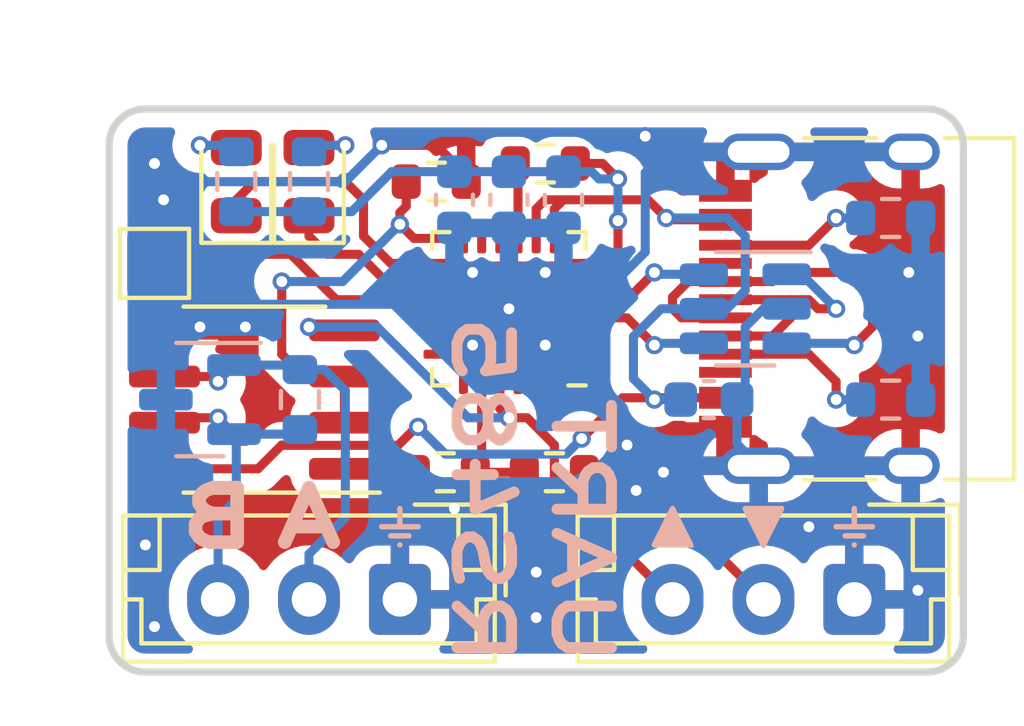
<source format=kicad_pcb>
(kicad_pcb (version 20211014) (generator pcbnew)
  (layers (0 "F.Cu" signal) (31 "B.Cu" signal) (34 "B.Paste" user) (35 "F.Paste" user) (36 "B.SilkS" user "B.Silkscreen") (37 "F.SilkS" user "F.Silkscreen") (38 "B.Mask" user) (39 "F.Mask" user) (44 "Edge.Cuts" user))
  (net 0 "")
  (net 1 "+5V")
  (net 2 "GND")
  (net 4 "+3V3")
  (net 5 "Net-(D1-Pad1)")
  (net 6 "Net-(D1-Pad2)")
  (net 9 "Net-(J6-PadA7)")
  (net 10 "Net-(J6-PadA6)")
  (net 11 "Net-(J6-PadB5)")
  (net 12 "Net-(J6-PadA5)")
  (net 13 "Net-(D2-Pad1)")
  (net 16 "Net-(D2-Pad2)")
  (net 18 "Net-(R1-Pad2)")
  (net 22 "Net-(R7-Pad1)")
  (net 26 "Net-(U1-Pad3)")
  (net 27 "Net-(U1-Pad4)")
  (net 28 "/A")
  (net 29 "/B")
  (net 30 "/TX")
  (net 31 "/RX")
  (net 32 "Net-(U2-Pad1)")
  (net 33 "Net-(TP1-Pad1)")
  (footprint "Package_DFN_QFN:QFN-24-1EP_4x4mm_P0.5mm_EP2.6x2.6mm" (layer "F.Cu") (at 151.5 86 180)
    (fp_text reference "U1" hide)
    (fp_text value "CP2104" hide)
    (fp_line (start -1.635 2.11) (end -2.11 2.11) (layer "F.SilkS") (width 0.12))
    (fp_line (start 2.11 -2.11) (end 2.11 -1.635) (layer "F.SilkS") (width 0.12))
    (fp_line (start -1.635 -2.11) (end -2.11 -2.11) (layer "F.SilkS") (width 0.12))
    (fp_line (start -2.11 2.11) (end -2.11 1.635) (layer "F.SilkS") (width 0.12))
    (fp_line (start 2.11 2.11) (end 2.11 1.635) (layer "F.SilkS") (width 0.12))
    (fp_line (start 1.635 2.11) (end 2.11 2.11) (layer "F.SilkS") (width 0.12))
    (fp_line (start 1.635 -2.11) (end 2.11 -2.11) (layer "F.SilkS") (width 0.12))
    (pad "1" smd roundrect (at -1.9375 -1.25 180) (size 0.825 0.25) (layers "F.Cu" "F.Paste" "F.Mask"))
    (pad "2" smd roundrect (at -1.9375 -0.75 180) (size 0.825 0.25) (layers "F.Cu" "F.Paste" "F.Mask") (net 2 "GND"))
    (pad "3" smd roundrect (at -1.9375 -0.25 180) (size 0.825 0.25) (layers "F.Cu" "F.Paste" "F.Mask") (net 26 "Net-(U1-Pad3)"))
    (pad "4" smd roundrect (at -1.9375 0.25 180) (size 0.825 0.25) (layers "F.Cu" "F.Paste" "F.Mask") (net 27 "Net-(U1-Pad4)"))
    (pad "5" smd roundrect (at -1.9375 0.75 180) (size 0.825 0.25) (layers "F.Cu" "F.Paste" "F.Mask") (net 4 "+3V3"))
    (pad "6" smd roundrect (at -1.9375 1.25 180) (size 0.825 0.25) (layers "F.Cu" "F.Paste" "F.Mask") (net 4 "+3V3"))
    (pad "7" smd roundrect (at -1.25 1.9375 180) (size 0.25 0.825) (layers "F.Cu" "F.Paste" "F.Mask") (net 1 "+5V"))
    (pad "8" smd roundrect (at -0.75 1.9375 180) (size 0.25 0.825) (layers "F.Cu" "F.Paste" "F.Mask") (net 1 "+5V"))
    (pad "9" smd roundrect (at -0.25 1.9375 180) (size 0.25 0.825) (layers "F.Cu" "F.Paste" "F.Mask") (net 18 "Net-(R1-Pad2)"))
    (pad "10" smd roundrect (at 0.25 1.9375 180) (size 0.25 0.825) (layers "F.Cu" "F.Paste" "F.Mask"))
    (pad "11" smd roundrect (at 0.75 1.9375 180) (size 0.25 0.825) (layers "F.Cu" "F.Paste" "F.Mask"))
    (pad "12" smd roundrect (at 1.25 1.9375 180) (size 0.25 0.825) (layers "F.Cu" "F.Paste" "F.Mask") (net 22 "Net-(R7-Pad1)"))
    (pad "13" smd roundrect (at 1.9375 1.25 180) (size 0.825 0.25) (layers "F.Cu" "F.Paste" "F.Mask") (net 13 "Net-(D2-Pad1)"))
    (pad "14" smd roundrect (at 1.9375 0.75 180) (size 0.825 0.25) (layers "F.Cu" "F.Paste" "F.Mask") (net 5 "Net-(D1-Pad1)"))
    (pad "15" smd roundrect (at 1.9375 0.25 180) (size 0.825 0.25) (layers "F.Cu" "F.Paste" "F.Mask"))
    (pad "16" smd roundrect (at 1.9375 -0.25 180) (size 0.825 0.25) (layers "F.Cu" "F.Paste" "F.Mask") (net 33 "Net-(TP1-Pad1)"))
    (pad "17" smd roundrect (at 1.9375 -0.75 180) (size 0.825 0.25) (layers "F.Cu" "F.Paste" "F.Mask"))
    (pad "18" smd roundrect (at 1.9375 -1.25 180) (size 0.825 0.25) (layers "F.Cu" "F.Paste" "F.Mask"))
    (pad "19" smd roundrect (at 1.25 -1.9375 180) (size 0.25 0.825) (layers "F.Cu" "F.Paste" "F.Mask"))
    (pad "20" smd roundrect (at 0.75 -1.9375 180) (size 0.25 0.825) (layers "F.Cu" "F.Paste" "F.Mask") (net 31 "/RX"))
    (pad "21" smd roundrect (at 0.25 -1.9375 180) (size 0.25 0.825) (layers "F.Cu" "F.Paste" "F.Mask") (net 30 "/TX"))
    (pad "22" smd roundrect (at -0.25 -1.9375 180) (size 0.25 0.825) (layers "F.Cu" "F.Paste" "F.Mask"))
    (pad "23" smd roundrect (at -0.75 -1.9375 180) (size 0.25 0.825) (layers "F.Cu" "F.Paste" "F.Mask"))
    (pad "24" smd roundrect (at -1.25 -1.9375 180) (size 0.25 0.825) (layers "F.Cu" "F.Paste" "F.Mask"))
    (pad "25" smd rect (at 0 0 180) (size 2.6 2.6) (layers "F.Cu" "F.Mask") (net 2 "GND"))
  )
  (footprint "Resistor_SMD:R_0603_1608Metric" (layer "F.Cu") (at 152.75 90.5 180)
    (fp_text reference "R8" hide)
    (fp_text value "R_Small" hide)
    (fp_line (start -0.237258 -0.5225) (end 0.237258 -0.5225) (layer "F.SilkS") (width 0.12))
    (fp_line (start -0.237258 0.5225) (end 0.237258 0.5225) (layer "F.SilkS") (width 0.12))
    (pad "1" smd roundrect (at -0.825 0 180) (size 0.8 0.95) (layers "F.Cu" "F.Paste" "F.Mask") (net 2 "GND"))
    (pad "2" smd roundrect (at 0.825 0 180) (size 0.8 0.95) (layers "F.Cu" "F.Paste" "F.Mask") (net 31 "/RX"))
  )
  (footprint "Resistor_SMD:R_0603_1608Metric" (layer "F.Cu") (at 152.5 82 180)
    (fp_text reference "R1" hide)
    (fp_text value "R_Small" hide)
    (fp_line (start -0.237258 -0.5225) (end 0.237258 -0.5225) (layer "F.SilkS") (width 0.12))
    (fp_line (start -0.237258 0.5225) (end 0.237258 0.5225) (layer "F.SilkS") (width 0.12))
    (pad "1" smd roundrect (at -0.825 0 180) (size 0.8 0.95) (layers "F.Cu" "F.Paste" "F.Mask") (net 4 "+3V3"))
    (pad "2" smd roundrect (at 0.825 0 180) (size 0.8 0.95) (layers "F.Cu" "F.Paste" "F.Mask") (net 18 "Net-(R1-Pad2)"))
  )
  (footprint "LED_SMD:LED_0805_2012Metric" (layer "F.Cu") (at 146 82.5 90)
    (fp_text reference "D1" hide)
    (fp_text value "LED" hide)
    (fp_line (start -1.685 0.96) (end 1 0.96) (layer "F.SilkS") (width 0.12))
    (fp_line (start -1.685 -0.96) (end -1.685 0.96) (layer "F.SilkS") (width 0.12))
    (fp_line (start 1 -0.96) (end -1.685 -0.96) (layer "F.SilkS") (width 0.12))
    (pad "1" smd roundrect (at -0.9375 0 90) (size 0.975 1.4) (layers "F.Cu" "F.Paste" "F.Mask") (net 5 "Net-(D1-Pad1)"))
    (pad "2" smd roundrect (at 0.9375 0 90) (size 0.975 1.4) (layers "F.Cu" "F.Paste" "F.Mask") (net 6 "Net-(D1-Pad2)"))
  )
  (footprint "Connector_JST:JST_EH_B3B-EH-A_1x03_P2.50mm_Vertical" (layer "F.Cu") (at 161 94 180)
    (fp_text reference "J1" hide)
    (fp_text value "Conn_01x03" hide)
    (fp_line (start -2.11 0) (end -2.11 -1.21) (layer "F.SilkS") (width 0.12))
    (fp_line (start 7.61 2.31) (end 7.61 -1.71) (layer "F.SilkS") (width 0.12))
    (fp_line (start 6.61 0.81) (end 6.61 2.31) (layer "F.SilkS") (width 0.12))
    (fp_line (start -2.61 2.31) (end 7.61 2.31) (layer "F.SilkS") (width 0.12))
    (fp_line (start 7.11 0) (end 7.61 0) (layer "F.SilkS") (width 0.12))
    (fp_line (start 7.11 -1.21) (end 7.11 0) (layer "F.SilkS") (width 0.12))
    (fp_line (start -2.61 0.81) (end -1.61 0.81) (layer "F.SilkS") (width 0.12))
    (fp_line (start 7.61 0.81) (end 6.61 0.81) (layer "F.SilkS") (width 0.12))
    (fp_line (start -2.91 0.11) (end -2.91 2.61) (layer "F.SilkS") (width 0.12))
    (fp_line (start -1.61 0.81) (end -1.61 2.31) (layer "F.SilkS") (width 0.12))
    (fp_line (start 7.61 -1.71) (end -2.61 -1.71) (layer "F.SilkS") (width 0.12))
    (fp_line (start -2.91 2.61) (end -0.41 2.61) (layer "F.SilkS") (width 0.12))
    (fp_line (start -2.11 -1.21) (end 7.11 -1.21) (layer "F.SilkS") (width 0.12))
    (fp_line (start -2.61 -1.71) (end -2.61 2.31) (layer "F.SilkS") (width 0.12))
    (fp_line (start -2.61 0) (end -2.11 0) (layer "F.SilkS") (width 0.12))
    (pad "1" thru_hole roundrect (at 0 0 180) (size 1.7 1.95) (drill 0.95) (layers *.Cu *.Mask) (roundrect_rratio 0.1470588235) (net 2 "GND"))
    (pad "2" thru_hole oval (at 2.5 0 180) (size 1.7 1.95) (drill 0.95) (layers *.Cu *.Mask) (net 30 "/TX"))
    (pad "3" thru_hole oval (at 5 0 180) (size 1.7 1.95) (drill 0.95) (layers *.Cu *.Mask) (net 31 "/RX"))
  )
  (footprint "Connector_JST:JST_EH_B3B-EH-A_1x03_P2.50mm_Vertical" (layer "F.Cu") (at 148.5 94 180)
    (fp_text reference "J2" hide)
    (fp_text value "Conn_01x03" hide)
    (fp_line (start 7.61 -1.71) (end -2.61 -1.71) (layer "F.SilkS") (width 0.12))
    (fp_line (start -2.61 0.81) (end -1.61 0.81) (layer "F.SilkS") (width 0.12))
    (fp_line (start -2.61 -1.71) (end -2.61 2.31) (layer "F.SilkS") (width 0.12))
    (fp_line (start 7.61 2.31) (end 7.61 -1.71) (layer "F.SilkS") (width 0.12))
    (fp_line (start 7.11 0) (end 7.61 0) (layer "F.SilkS") (width 0.12))
    (fp_line (start 7.61 0.81) (end 6.61 0.81) (layer "F.SilkS") (width 0.12))
    (fp_line (start -2.11 -1.21) (end 7.11 -1.21) (layer "F.SilkS") (width 0.12))
    (fp_line (start -2.61 0) (end -2.11 0) (layer "F.SilkS") (width 0.12))
    (fp_line (start 6.61 0.81) (end 6.61 2.31) (layer "F.SilkS") (width 0.12))
    (fp_line (start -2.11 0) (end -2.11 -1.21) (layer "F.SilkS") (width 0.12))
    (fp_line (start -1.61 0.81) (end -1.61 2.31) (layer "F.SilkS") (width 0.12))
    (fp_line (start -2.91 2.61) (end -0.41 2.61) (layer "F.SilkS") (width 0.12))
    (fp_line (start -2.61 2.31) (end 7.61 2.31) (layer "F.SilkS") (width 0.12))
    (fp_line (start -2.91 0.11) (end -2.91 2.61) (layer "F.SilkS") (width 0.12))
    (fp_line (start 7.11 -1.21) (end 7.11 0) (layer "F.SilkS") (width 0.12))
    (pad "1" thru_hole roundrect (at 0 0 180) (size 1.7 1.95) (drill 0.95) (layers *.Cu *.Mask) (roundrect_rratio 0.1470588235) (net 2 "GND"))
    (pad "2" thru_hole oval (at 2.5 0 180) (size 1.7 1.95) (drill 0.95) (layers *.Cu *.Mask) (net 28 "/A"))
    (pad "3" thru_hole oval (at 5 0 180) (size 1.7 1.95) (drill 0.95) (layers *.Cu *.Mask) (net 29 "/B"))
  )
  (footprint "Resistor_SMD:R_0603_1608Metric" (layer "F.Cu") (at 149.75 90.5 180)
    (fp_text reference "R9" hide)
    (fp_text value "R_Small" hide)
    (fp_line (start -0.237258 -0.5225) (end 0.237258 -0.5225) (layer "F.SilkS") (width 0.12))
    (fp_line (start -0.237258 0.5225) (end 0.237258 0.5225) (layer "F.SilkS") (width 0.12))
    (pad "1" smd roundrect (at -0.825 0 180) (size 0.8 0.95) (layers "F.Cu" "F.Paste" "F.Mask") (net 31 "/RX"))
    (pad "2" smd roundrect (at 0.825 0 180) (size 0.8 0.95) (layers "F.Cu" "F.Paste" "F.Mask") (net 32 "Net-(U2-Pad1)"))
  )
  (footprint "LED_SMD:LED_0805_2012Metric" (layer "F.Cu") (at 144 82.5 90)
    (fp_text reference "D2" hide)
    (fp_text value "LED" hide)
    (fp_line (start 1 -0.96) (end -1.685 -0.96) (layer "F.SilkS") (width 0.12))
    (fp_line (start -1.685 0.96) (end 1 0.96) (layer "F.SilkS") (width 0.12))
    (fp_line (start -1.685 -0.96) (end -1.685 0.96) (layer "F.SilkS") (width 0.12))
    (pad "1" smd roundrect (at -0.9375 0 90) (size 0.975 1.4) (layers "F.Cu" "F.Paste" "F.Mask") (net 13 "Net-(D2-Pad1)"))
    (pad "2" smd roundrect (at 0.9375 0 90) (size 0.975 1.4) (layers "F.Cu" "F.Paste" "F.Mask") (net 16 "Net-(D2-Pad2)"))
  )
  (footprint "Resistor_SMD:R_0603_1608Metric" (layer "F.Cu") (at 149.5 82.5)
    (fp_text reference "R7" hide)
    (fp_text value "R_Small" hide)
    (fp_line (start -0.237258 -0.5225) (end 0.237258 -0.5225) (layer "F.SilkS") (width 0.12))
    (fp_line (start -0.237258 0.5225) (end 0.237258 0.5225) (layer "F.SilkS") (width 0.12))
    (pad "1" smd roundrect (at -0.825 0) (size 0.8 0.95) (layers "F.Cu" "F.Paste" "F.Mask") (net 22 "Net-(R7-Pad1)"))
    (pad "2" smd roundrect (at 0.825 0) (size 0.8 0.95) (layers "F.Cu" "F.Paste" "F.Mask") (net 2 "GND"))
  )
  (footprint "Package_SO:SOIC-8_3.9x4.9mm_P1.27mm" (layer "F.Cu") (at 144.5 88.5 180)
    (fp_text reference "U2" hide)
    (fp_text value "SP3485CN" hide)
    (fp_line (start 0 2.56) (end 1.95 2.56) (layer "F.SilkS") (width 0.12))
    (fp_line (start 0 2.56) (end -1.95 2.56) (layer "F.SilkS") (width 0.12))
    (fp_line (start 0 -2.56) (end -3.45 -2.56) (layer "F.SilkS") (width 0.12))
    (fp_line (start 0 -2.56) (end 1.95 -2.56) (layer "F.SilkS") (width 0.12))
    (pad "1" smd roundrect (at -2.475 -1.905 180) (size 1.95 0.6) (layers "F.Cu" "F.Paste" "F.Mask") (net 32 "Net-(U2-Pad1)"))
    (pad "2" smd roundrect (at -2.475 -0.635 180) (size 1.95 0.6) (layers "F.Cu" "F.Paste" "F.Mask") (net 22 "Net-(R7-Pad1)"))
    (pad "3" smd roundrect (at -2.475 0.635 180) (size 1.95 0.6) (layers "F.Cu" "F.Paste" "F.Mask") (net 22 "Net-(R7-Pad1)"))
    (pad "4" smd roundrect (at -2.475 1.905 180) (size 1.95 0.6) (layers "F.Cu" "F.Paste" "F.Mask") (net 30 "/TX"))
    (pad "5" smd roundrect (at 2.475 1.905 180) (size 1.95 0.6) (layers "F.Cu" "F.Paste" "F.Mask") (net 2 "GND"))
    (pad "6" smd roundrect (at 2.475 0.635 180) (size 1.95 0.6) (layers "F.Cu" "F.Paste" "F.Mask") (net 28 "/A"))
    (pad "7" smd roundrect (at 2.475 -0.635 180) (size 1.95 0.6) (layers "F.Cu" "F.Paste" "F.Mask") (net 29 "/B"))
    (pad "8" smd roundrect (at 2.475 -1.905 180) (size 1.95 0.6) (layers "F.Cu" "F.Paste" "F.Mask") (net 1 "+5V"))
  )
  (footprint "TestPoint:TestPoint_Pad_1.5x1.5mm" (layer "F.Cu") (at 141.75 84.75)
    (fp_text reference "TP1" hide)
    (fp_text value "TestPoint" hide)
    (fp_line (start 0.95 0.95) (end -0.95 0.95) (layer "F.SilkS") (width 0.12))
    (fp_line (start -0.95 -0.95) (end 0.95 -0.95) (layer "F.SilkS") (width 0.12))
    (fp_line (start 0.95 -0.95) (end 0.95 0.95) (layer "F.SilkS") (width 0.12))
    (fp_line (start -0.95 0.95) (end -0.95 -0.95) (layer "F.SilkS") (width 0.12))
    (pad "1" smd rect (at 0 0) (size 1.5 1.5) (layers "F.Cu" "F.Mask") (net 33 "Net-(TP1-Pad1)"))
  )
  (footprint "Connector_USB:USB_C_Receptacle_HRO_TYPE-C-31-M-12" (layer "F.Cu") (at 161.5 86 90)
    (fp_text reference "J6" hide)
    (fp_text value "USB_C_Receptacle" hide)
    (fp_line (start 4.7 -1.9) (end 4.7 0.1) (layer "F.SilkS") (width 0.12))
    (fp_line (start -4.7 2) (end -4.7 3.9) (layer "F.SilkS") (width 0.12))
    (fp_line (start 4.7 2) (end 4.7 3.9) (layer "F.SilkS") (width 0.12))
    (fp_line (start -4.7 -1.9) (end -4.7 0.1) (layer "F.SilkS") (width 0.12))
    (fp_line (start -4.7 3.9) (end 4.7 3.9) (layer "F.SilkS") (width 0.12))
    (pad "" np_thru_hole circle (at -2.89 -2.6 90) (size 0.65 0.65) (drill 0.65) (layers *.Cu *.Mask))
    (pad "" np_thru_hole circle (at 2.89 -2.6 90) (size 0.65 0.65) (drill 0.65) (layers *.Cu *.Mask))
    (pad "A1" smd rect (at -3.25 -4.045 90) (size 0.6 1.45) (layers "F.Cu" "F.Paste" "F.Mask") (net 2 "GND"))
    (pad "A4" smd rect (at -2.45 -4.045 90) (size 0.6 1.45) (layers "F.Cu" "F.Paste" "F.Mask") (net 1 "+5V"))
    (pad "A5" smd rect (at -1.25 -4.045 90) (size 0.3 1.45) (layers "F.Cu" "F.Paste" "F.Mask") (net 12 "Net-(J6-PadA5)"))
    (pad "A6" smd rect (at -0.25 -4.045 90) (size 0.3 1.45) (layers "F.Cu" "F.Paste" "F.Mask") (net 10 "Net-(J6-PadA6)"))
    (pad "A7" smd rect (at 0.25 -4.045 90) (size 0.3 1.45) (layers "F.Cu" "F.Paste" "F.Mask") (net 9 "Net-(J6-PadA7)"))
    (pad "A8" smd rect (at 1.25 -4.045 90) (size 0.3 1.45) (layers "F.Cu" "F.Paste" "F.Mask"))
    (pad "A9" smd rect (at 2.45 -4.045 90) (size 0.6 1.45) (layers "F.Cu" "F.Paste" "F.Mask") (net 1 "+5V"))
    (pad "A12" smd rect (at 3.25 -4.045 90) (size 0.6 1.45) (layers "F.Cu" "F.Paste" "F.Mask") (net 2 "GND"))
    (pad "B1" smd rect (at 3.25 -4.045 90) (size 0.6 1.45) (layers "F.Cu" "F.Paste" "F.Mask") (net 2 "GND"))
    (pad "B4" smd rect (at 2.45 -4.045 90) (size 0.6 1.45) (layers "F.Cu" "F.Paste" "F.Mask") (net 1 "+5V"))
    (pad "B5" smd rect (at 1.75 -4.045 90) (size 0.3 1.45) (layers "F.Cu" "F.Paste" "F.Mask") (net 11 "Net-(J6-PadB5)"))
    (pad "B6" smd rect (at 0.75 -4.045 90) (size 0.3 1.45) (layers "F.Cu" "F.Paste" "F.Mask") (net 10 "Net-(J6-PadA6)"))
    (pad "B7" smd rect (at -0.75 -4.045 90) (size 0.3 1.45) (layers "F.Cu" "F.Paste" "F.Mask") (net 9 "Net-(J6-PadA7)"))
    (pad "B8" smd rect (at -1.75 -4.045 90) (size 0.3 1.45) (layers "F.Cu" "F.Paste" "F.Mask"))
    (pad "B9" smd rect (at -2.45 -4.045 90) (size 0.6 1.45) (layers "F.Cu" "F.Paste" "F.Mask") (net 1 "+5V"))
    (pad "B12" smd rect (at -3.25 -4.045 90) (size 0.6 1.45) (layers "F.Cu" "F.Paste" "F.Mask") (net 2 "GND"))
    (pad "S1" thru_hole oval (at -4.32 1.05 90) (size 1 1.6) (drill oval 0.6 1.2) (layers *.Cu *.Mask) (net 2 "GND"))
    (pad "S1" thru_hole oval (at 4.32 -3.13 90) (size 1 2.1) (drill oval 0.6 1.7) (layers *.Cu *.Mask) (net 2 "GND"))
    (pad "S1" thru_hole oval (at -4.32 -3.13 90) (size 1 2.1) (drill oval 0.6 1.7) (layers *.Cu *.Mask) (net 2 "GND"))
    (pad "S1" thru_hole oval (at 4.32 1.05 90) (size 1 1.6) (drill oval 0.6 1.2) (layers *.Cu *.Mask) (net 2 "GND"))
  )
  (footprint "Package_TO_SOT_SMD:SOT-23" (layer "B.Cu") (at 143 88.5 180)
    (fp_text reference "D3" hide)
    (fp_text value "SM712_SOT23" hide)
    (fp_line (start 0 1.56) (end 0.65 1.56) (layer "B.SilkS") (width 0.12))
    (fp_line (start 0 -1.56) (end -0.65 -1.56) (layer "B.SilkS") (width 0.12))
    (fp_line (start 0 -1.56) (end 0.65 -1.56) (layer "B.SilkS") (width 0.12))
    (fp_line (start 0 1.56) (end -1.675 1.56) (layer "B.SilkS") (width 0.12))
    (pad "1" smd roundrect (at -0.9375 0.95 180) (size 1.475 0.6) (layers "B.Cu" "B.Paste" "B.Mask") (net 28 "/A"))
    (pad "2" smd roundrect (at -0.9375 -0.95 180) (size 1.475 0.6) (layers "B.Cu" "B.Paste" "B.Mask") (net 29 "/B"))
    (pad "3" smd roundrect (at 0.9375 0 180) (size 1.475 0.6) (layers "B.Cu" "B.Paste" "B.Mask") (net 2 "GND"))
  )
  (footprint "Resistor_SMD:R_0603_1608Metric" (layer "B.Cu") (at 144 82.5 90)
    (fp_text reference "R3" hide)
    (fp_text value "R_Small" hide)
    (fp_line (start -0.237258 -0.5225) (end 0.237258 -0.5225) (layer "B.SilkS") (width 0.12))
    (fp_line (start -0.237258 0.5225) (end 0.237258 0.5225) (layer "B.SilkS") (width 0.12))
    (pad "1" smd roundrect (at -0.825 0 90) (size 0.8 0.95) (layers "B.Cu" "B.Paste" "B.Mask") (net 4 "+3V3"))
    (pad "2" smd roundrect (at 0.825 0 90) (size 0.8 0.95) (layers "B.Cu" "B.Paste" "B.Mask") (net 16 "Net-(D2-Pad2)"))
  )
  (footprint "Resistor_SMD:R_0603_1608Metric" (layer "B.Cu") (at 162 83.5)
    (fp_text reference "R5" hide)
    (fp_text value "R_Small" hide)
    (fp_line (start -0.237258 0.5225) (end 0.237258 0.5225) (layer "B.SilkS") (width 0.12))
    (fp_line (start -0.237258 -0.5225) (end 0.237258 -0.5225) (layer "B.SilkS") (width 0.12))
    (pad "1" smd roundrect (at -0.825 0) (size 0.8 0.95) (layers "B.Cu" "B.Paste" "B.Mask") (net 11 "Net-(J6-PadB5)"))
    (pad "2" smd roundrect (at 0.825 0) (size 0.8 0.95) (layers "B.Cu" "B.Paste" "B.Mask") (net 2 "GND"))
  )
  (footprint "Resistor_SMD:R_0603_1608Metric" (layer "B.Cu") (at 162 88.5)
    (fp_text reference "R6" hide)
    (fp_text value "R_Small" hide)
    (fp_line (start -0.237258 0.5225) (end 0.237258 0.5225) (layer "B.SilkS") (width 0.12))
    (fp_line (start -0.237258 -0.5225) (end 0.237258 -0.5225) (layer "B.SilkS") (width 0.12))
    (pad "1" smd roundrect (at -0.825 0) (size 0.8 0.95) (layers "B.Cu" "B.Paste" "B.Mask") (net 12 "Net-(J6-PadA5)"))
    (pad "2" smd roundrect (at 0.825 0) (size 0.8 0.95) (layers "B.Cu" "B.Paste" "B.Mask") (net 2 "GND"))
  )
  (footprint "Capacitor_SMD:C_0603_1608Metric" (layer "B.Cu") (at 153 83 -90)
    (fp_text reference "C4" hide)
    (fp_text value "C" hide)
    (fp_line (start -0.14058 -0.51) (end 0.14058 -0.51) (layer "B.SilkS") (width 0.12))
    (fp_line (start -0.14058 0.51) (end 0.14058 0.51) (layer "B.SilkS") (width 0.12))
    (pad "1" smd roundrect (at -0.775 0 270) (size 0.9 0.95) (layers "B.Cu" "B.Paste" "B.Mask") (net 4 "+3V3"))
    (pad "2" smd roundrect (at 0.775 0 270) (size 0.9 0.95) (layers "B.Cu" "B.Paste" "B.Mask") (net 2 "GND"))
  )
  (footprint "Capacitor_SMD:C_0603_1608Metric" (layer "B.Cu") (at 157 88.5)
    (fp_text reference "C2" hide)
    (fp_text value "C" hide)
    (fp_line (start -0.14058 0.51) (end 0.14058 0.51) (layer "B.SilkS") (width 0.12))
    (fp_line (start -0.14058 -0.51) (end 0.14058 -0.51) (layer "B.SilkS") (width 0.12))
    (pad "1" smd roundrect (at -0.775 0) (size 0.9 0.95) (layers "B.Cu" "B.Paste" "B.Mask") (net 1 "+5V"))
    (pad "2" smd roundrect (at 0.775 0) (size 0.9 0.95) (layers "B.Cu" "B.Paste" "B.Mask") (net 2 "GND"))
  )
  (footprint "Capacitor_SMD:C_0603_1608Metric" (layer "B.Cu") (at 151.5 83 -90)
    (fp_text reference "C5" hide)
    (fp_text value "C" hide)
    (fp_line (start -0.14058 0.51) (end 0.14058 0.51) (layer "B.SilkS") (width 0.12))
    (fp_line (start -0.14058 -0.51) (end 0.14058 -0.51) (layer "B.SilkS") (width 0.12))
    (pad "1" smd roundrect (at -0.775 0 270) (size 0.9 0.95) (layers "B.Cu" "B.Paste" "B.Mask") (net 4 "+3V3"))
    (pad "2" smd roundrect (at 0.775 0 270) (size 0.9 0.95) (layers "B.Cu" "B.Paste" "B.Mask") (net 2 "GND"))
  )
  (footprint "Resistor_SMD:R_0603_1608Metric" (layer "B.Cu") (at 146 82.5 90)
    (fp_text reference "R2" hide)
    (fp_text value "R_Small" hide)
    (fp_line (start -0.237258 0.5225) (end 0.237258 0.5225) (layer "B.SilkS") (width 0.12))
    (fp_line (start -0.237258 -0.5225) (end 0.237258 -0.5225) (layer "B.SilkS") (width 0.12))
    (pad "1" smd roundrect (at -0.825 0 90) (size 0.8 0.95) (layers "B.Cu" "B.Paste" "B.Mask") (net 4 "+3V3"))
    (pad "2" smd roundrect (at 0.825 0 90) (size 0.8 0.95) (layers "B.Cu" "B.Paste" "B.Mask") (net 6 "Net-(D1-Pad2)"))
  )
  (footprint "Resistor_SMD:R_0603_1608Metric" (layer "B.Cu") (at 145.75 88.5 -90)
    (fp_text reference "R4" hide)
    (fp_text value "R_Small" hide)
    (fp_line (start -0.237258 -0.5225) (end 0.237258 -0.5225) (layer "B.SilkS") (width 0.12))
    (fp_line (start -0.237258 0.5225) (end 0.237258 0.5225) (layer "B.SilkS") (width 0.12))
    (pad "1" smd roundrect (at -0.825 0 270) (size 0.8 0.95) (layers "B.Cu" "B.Paste" "B.Mask") (net 28 "/A"))
    (pad "2" smd roundrect (at 0.825 0 270) (size 0.8 0.95) (layers "B.Cu" "B.Paste" "B.Mask") (net 29 "/B"))
  )
  (footprint "Capacitor_SMD:C_0603_1608Metric" (layer "B.Cu") (at 150 83 -90)
    (fp_text reference "C3" hide)
    (fp_text value "C" hide)
    (fp_line (start -0.14058 -0.51) (end 0.14058 -0.51) (layer "B.SilkS") (width 0.12))
    (fp_line (start -0.14058 0.51) (end 0.14058 0.51) (layer "B.SilkS") (width 0.12))
    (pad "1" smd roundrect (at -0.775 0 270) (size 0.9 0.95) (layers "B.Cu" "B.Paste" "B.Mask") (net 4 "+3V3"))
    (pad "2" smd roundrect (at 0.775 0 270) (size 0.9 0.95) (layers "B.Cu" "B.Paste" "B.Mask") (net 2 "GND"))
  )
  (footprint "Package_TO_SOT_SMD:SOT-23-6" (layer "B.Cu") (at 158 86 180)
    (fp_text reference "U3" hide)
    (fp_text value "USBLC6-2SC6" hide)
    (fp_line (start 0 1.56) (end -1.8 1.56) (layer "B.SilkS") (width 0.12))
    (fp_line (start 0 1.56) (end 0.8 1.56) (layer "B.SilkS") (width 0.12))
    (fp_line (start 0 -1.56) (end -0.8 -1.56) (layer "B.SilkS") (width 0.12))
    (fp_line (start 0 -1.56) (end 0.8 -1.56) (layer "B.SilkS") (width 0.12))
    (pad "1" smd roundrect (at -1.1375 0.95 180) (size 1.325 0.6) (layers "B.Cu" "B.Paste" "B.Mask") (net 9 "Net-(J6-PadA7)"))
    (pad "2" smd roundrect (at -1.1375 0 180) (size 1.325 0.6) (layers "B.Cu" "B.Paste" "B.Mask") (net 2 "GND"))
    (pad "3" smd roundrect (at -1.1375 -0.95 180) (size 1.325 0.6) (layers "B.Cu" "B.Paste" "B.Mask") (net 10 "Net-(J6-PadA6)"))
    (pad "4" smd roundrect (at 1.1375 -0.95 180) (size 1.325 0.6) (layers "B.Cu" "B.Paste" "B.Mask") (net 26 "Net-(U1-Pad3)"))
    (pad "5" smd roundrect (at 1.1375 0 180) (size 1.325 0.6) (layers "B.Cu" "B.Paste" "B.Mask") (net 1 "+5V"))
    (pad "6" smd roundrect (at 1.1375 0.95 180) (size 1.325 0.6) (layers "B.Cu" "B.Paste" "B.Mask") (net 27 "Net-(U1-Pad4)"))
  )
  (gr_line (start 148.5 91.5) (end 148.5 92) (layer "B.SilkS") (width 0.15))
  (gr_line (start 160.75 92.25) (end 161.25 92.25) (layer "B.SilkS") (width 0.15))
  (gr_line (start 148.25 92.25) (end 148.75 92.25) (layer "B.SilkS") (width 0.15))
  (gr_line (start 148.5 92.5) (end 148.5 92.5) (layer "B.SilkS") (width 0.15))
  (gr_line (start 161 92.5) (end 161 92.5) (layer "B.SilkS") (width 0.15))
  (gr_line (start 160.5 92) (end 161.5 92) (layer "B.SilkS") (width 0.15))
  (gr_poly (pts (xy 156.5 92.5) (xy 155.5 92.5) (xy 156 91.5)) (layer "B.SilkS") (width 0.15) (fill solid))
  (gr_line (start 148 92) (end 149 92) (layer "B.SilkS") (width 0.15))
  (gr_poly (pts (xy 158.5 92.5) (xy 158 91.5) (xy 159 91.5)) (layer "B.SilkS") (width 0.15) (fill solid))
  (gr_line (start 161 91.5) (end 161 92) (layer "B.SilkS") (width 0.15))
  (gr_line (start 163 80.5) (end 141.5 80.5) (layer "Edge.Cuts") (width 0.2))
  (gr_arc (start 163 80.5) (mid 163.707107 80.792893) (end 164 81.5) (layer "Edge.Cuts") (width 0.2))
  (gr_arc (start 140.5 81.5) (mid 140.792893 80.792893) (end 141.5 80.5) (layer "Edge.Cuts") (width 0.2))
  (gr_line (start 163 96) (end 141.5 96) (layer "Edge.Cuts") (width 0.2))
  (gr_line (start 164 95) (end 164 81.5) (layer "Edge.Cuts") (width 0.2))
  (gr_arc (start 164 95) (mid 163.707107 95.707107) (end 163 96) (layer "Edge.Cuts") (width 0.2))
  (gr_arc (start 141.5 96) (mid 140.792893 95.707107) (end 140.5 95) (layer "Edge.Cuts") (width 0.2))
  (gr_line (start 140.5 95) (end 140.5 81.5) (layer "Edge.Cuts") (width 0.2))
  (gr_text "UART" (at 153.5 96 270) (layer "B.SilkS") (effects (font (size 1.5 2) (thickness 0.3)) (justify left mirror)))
  (gr_text "A" (at 146 91.75) (layer "B.SilkS") (effects (font (size 1.5 2) (thickness 0.375)) (justify mirror)))
  (gr_text "B" (at 143.5 91.75) (layer "B.SilkS") (effects (font (size 1.5 2) (thickness 0.375)) (justify mirror)))
  (gr_text "RS485" (at 150.75 96 270) (layer "B.SilkS") (effects (font (size 1.5 2) (thickness 0.3)) (justify left mirror)))
  (segment (start 155.8745 83.55) (end 157.455 83.55) (width 0.25) (layer "F.Cu") (net 1))
  (segment (start 148.448697 89.75952) (end 148.958217 89.25) (width 0.25) (layer "F.Cu") (net 1))
  (segment (start 144.595 90.405) (end 145.25 89.75) (width 0.25) (layer "F.Cu") (net 1))
  (segment (start 148.958217 89.25) (end 149 89.25) (width 0.25) (layer "F.Cu") (net 1))
  (segment (start 145.25 89.75) (end 145.25952 89.75952) (width 0.25) (layer "F.Cu") (net 1))
  (segment (start 152.25 84.0625) (end 152.25 83.25) (width 0.25) (layer "F.Cu") (net 1))
  (segment (start 145.25952 89.75952) (end 148.448697 89.75952) (width 0.25) (layer "F.Cu") (net 1))
  (segment (start 152.5 83) (end 153 83) (width 0.25) (layer "F.Cu") (net 1))
  (segment (start 152.75 83.25) (end 153 83) (width 0.25) (layer "F.Cu") (net 1))
  (segment (start 153 83) (end 155.3245 83) (width 0.25) (layer "F.Cu") (net 1))
  (segment (start 154.6245 88.45) (end 157.455 88.45) (width 0.25) (layer "F.Cu") (net 1))
  (segment (start 153.5 89.5745) (end 154.6245 88.45) (width 0.25) (layer "F.Cu") (net 1))
  (segment (start 152.75 84.0625) (end 152.75 83.25) (width 0.25) (layer "F.Cu") (net 1))
  (segment (start 155.3245 83) (end 155.8245 83.5) (width 0.25) (layer "F.Cu") (net 1))
  (segment (start 155.8245 83.5) (end 155.8745 83.55) (width 0.25) (layer "F.Cu") (net 1))
  (segment (start 142.025 90.405) (end 144.595 90.405) (width 0.25) (layer "F.Cu") (net 1))
  (segment (start 152.25 83.25) (end 152.5 83) (width 0.25) (layer "F.Cu") (net 1))
  (via (at 155.5 88.5) (size 0.5) (drill 0.3) (layers "F.Cu" "B.Cu") (net 1))
  (via (at 153.5 89.5745) (size 0.5) (drill 0.3) (layers "F.Cu" "B.Cu") (net 1))
  (via (at 149 89.25) (size 0.5) (drill 0.3) (layers "F.Cu" "B.Cu") (net 1))
  (via (at 155.8245 83.5) (size 0.5) (drill 0.3) (layers "F.Cu" "B.Cu") (net 1))
  (segment (start 153.0745 90) (end 149.75 90) (width 0.25) (layer "B.Cu") (net 1))
  (segment (start 153.5 89.5745) (end 153.0745 90) (width 0.25) (layer "B.Cu") (net 1))
  (segment (start 158 85.5) (end 157.5 86) (width 0.25) (layer "B.Cu") (net 1))
  (segment (start 158 84) (end 158 85.5) (width 0.25) (layer "B.Cu") (net 1))
  (segment (start 155.5 88.5) (end 154.925489 87.925489) (width 0.25) (layer "B.Cu") (net 1))
  (segment (start 149.75 90) (end 149 89.25) (width 0.25) (layer "B.Cu") (net 1))
  (segment (start 157.5 83.5) (end 158 84) (width 0.25) (layer "B.Cu") (net 1))
  (segment (start 155.8245 83.5) (end 157.5 83.5) (width 0.25) (layer "B.Cu") (net 1))
  (segment (start 156.225 88.5) (end 155.5 88.5) (width 0.25) (layer "B.Cu") (net 1))
  (segment (start 155.687518 86) (end 156.8625 86) (width 0.25) (layer "B.Cu") (net 1))
  (segment (start 154.925489 87.925489) (end 154.925489 86.762029) (width 0.25) (layer "B.Cu") (net 1))
  (segment (start 154.925489 86.762029) (end 155.687518 86) (width 0.25) (layer "B.Cu") (net 1))
  (segment (start 157.5 86) (end 156.8625 86) (width 0.25) (layer "B.Cu") (net 1))
  (segment (start 155.75 81.75) (end 155.25 81.25) (width 0.25) (layer "F.Cu") (net 2))
  (segment (start 156.25 82.75) (end 155.75 82.25) (width 0.25) (layer "F.Cu") (net 2))
  (segment (start 150.325 82.5) (end 150.325 82.325) (width 0.25) (layer "F.Cu") (net 2))
  (segment (start 156.25 89.25) (end 155.75 89.75) (width 0.25) (layer "F.Cu") (net 2))
  (segment (start 152.75 86.75) (end 152.5 87) (width 0.25) (layer "F.Cu") (net 2))
  (segment (start 157.455 89.25) (end 156.25 89.25) (width 0.25) (layer "F.Cu") (net 2))
  (segment (start 149.5 81.5) (end 148 81.5) (width 0.25) (layer "F.Cu") (net 2))
  (segment (start 150.325 82.325) (end 149.5 81.5) (width 0.25) (layer "F.Cu") (net 2))
  (segment (start 155.75 82.25) (end 155.75 81.75) (width 0.25) (layer "F.Cu") (net 2))
  (segment (start 155.75 89.75) (end 155.75 90.5) (width 0.25) (layer "F.Cu") (net 2))
  (segment (start 153.4375 86.75) (end 152.75 86.75) (width 0.25) (layer "F.Cu") (net 2))
  (segment (start 157.455 82.75) (end 156.25 82.75) (width 0.25) (layer "F.Cu") (net 2))
  (via (at 151.5 86) (size 0.5) (drill 0.3) (layers "F.Cu" "B.Cu") (net 2))
  (via (at 154.75 89.75) (size 0.5) (drill 0.3) (layers "F.Cu" "B.Cu") (net 2))
  (via (at 150 91.5) (size 0.5) (drill 0.3) (layers "F.Cu" "B.Cu") (net 2))
  (via (at 155.25 81.25) (size 0.5) (drill 0.3) (layers "F.Cu" "B.Cu") (net 2))
  (via (at 152.5 87) (size 0.5) (drill 0.3) (layers "F.Cu" "B.Cu") (net 2))
  (via (at 141.75 94.75) (size 0.5) (drill 0.3) (layers "F.Cu" "B.Cu") (net 2))
  (via (at 162.5 85) (size 0.5) (drill 0.3) (layers "F.Cu" "B.Cu") (net 2))
  (via (at 162.75 86.75) (size 0.5) (drill 0.3) (layers "F.Cu" "B.Cu") (net 2))
  (via (at 150.5 87) (size 0.5) (drill 0.3) (layers "F.Cu" "B.Cu") (net 2))
  (via (at 142 83) (size 0.5) (drill 0.3) (layers "F.Cu" "B.Cu") (net 2))
  (via (at 144.25 86.5) (size 0.5) (drill 0.3) (layers "F.Cu" "B.Cu") (net 2))
  (via (at 152.5 85) (size 0.5) (drill 0.3) (layers "F.Cu" "B.Cu") (net 2))
  (via (at 150.5 85) (size 0.5) (drill 0.3) (layers "F.Cu" "B.Cu") (net 2))
  (via (at 148 81.5) (size 0.5) (drill 0.3) (layers "F.Cu" "B.Cu") (net 2))
  (via (at 141.5 92.5) (size 0.5) (drill 0.3) (layers "F.Cu" "B.Cu") (net 2))
  (via (at 162.75 93.75) (size 0.5) (drill 0.3) (layers "F.Cu" "B.Cu") (net 2))
  (via (at 159.75 92) (size 0.5) (drill 0.3) (layers "F.Cu" "B.Cu") (net 2))
  (via (at 155 91) (size 0.5) (drill 0.3) (layers "F.Cu" "B.Cu") (net 2))
  (via (at 143 86.5) (size 0.5) (drill 0.3) (layers "F.Cu" "B.Cu") (net 2))
  (via (at 152.25 94.5) (size 0.5) (drill 0.3) (layers "F.Cu" "B.Cu") (net 2))
  (via (at 155.75 90.5) (size 0.5) (drill 0.3) (layers "F.Cu" "B.Cu") (net 2))
  (via (at 141.75 82) (size 0.5) (drill 0.3) (layers "F.Cu" "B.Cu") (net 2))
  (via (at 152.25 93.25) (size 0.5) (drill 0.3) (layers "F.Cu" "B.Cu") (net 2))
  (segment (start 142 88.4375) (end 142.0625 88.5) (width 0.25) (layer "B.Cu") (net 2))
  (segment (start 149.5 87) (end 150.5 87) (width 0.25) (layer "B.Cu") (net 2))
  (segment (start 157.775 88.5) (end 157.775 89.725) (width 0.25) (layer "B.Cu") (net 2))
  (segment (start 143 84.5) (end 144.375 85.875) (width 0.25) (layer "B.Cu") (net 2))
  (segment (start 159.1375 86) (end 158.5 86) (width 0.25) (layer "B.Cu") (net 2))
  (segment (start 143 82.5) (end 147 82.5) (width 0.25) (layer "B.Cu") (net 2))
  (segment (start 142 84.5) (end 142 83.5) (width 0.25) (layer "B.Cu") (net 2))
  (segment (start 155.25 82.25) (end 155.82 81.68) (width 0.25) (layer "B.Cu") (net 2))
  (segment (start 158.5 86) (end 158 86.5) (width 0.25) (layer "B.Cu") (net 2))
  (segment (start 147 82.5) (end 148 81.5) (width 0.25) (layer "B.Cu") (net 2))
  (segment (start 144.375 85.875) (end 148.375 85.875) (width 0.25) (layer "B.Cu") (net 2))
  (segment (start 150.5 87) (end 152.5 85) (width 0.25) (layer "B.Cu") (net 2))
  (segment (start 142 84.5) (end 143 84.5) (width 0.25) (layer "B.Cu") (net 2))
  (segment (start 153 83.775) (end 150 83.775) (width 0.25) (layer "B.Cu") (net 2))
  (segment (start 155.25 84.437518) (end 155.25 82.25) (width 0.25) (layer "B.Cu") (net 2))
  (segment (start 148.375 85.875) (end 149.5 87) (width 0.25) (layer "B.Cu") (net 2))
  (segment (start 152.5 85) (end 154.687518 85) (width 0.25) (layer "B.Cu") (net 2))
  (segment (start 157.775 89.725) (end 158.37 90.32) (width 0.25) (layer "B.Cu") (net 2))
  (segment (start 158 88.275) (end 157.775 88.5) (width 0.25) (layer "B.Cu") (net 2))
  (segment (start 158 86.5) (end 158 88.275) (width 0.25) (layer "B.Cu") (net 2))
  (segment (start 154.687518 85) (end 155.25 84.437518) (width 0.25) (layer "B.Cu") (net 2))
  (segment (start 143 86.5) (end 142 86.5) (width 0.25) (layer "B.Cu") (net 2))
  (segment (start 142 83.5) (end 143 82.5) (width 0.25) (layer "B.Cu") (net 2))
  (segment (start 142 84.5) (end 142 88.4375) (width 0.25) (layer "B.Cu") (net 2))
  (segment (start 150.5 85) (end 150 84.5) (width 0.25) (layer "B.Cu") (net 2))
  (segment (start 150 84.5) (end 150 83.775) (width 0.25) (layer "B.Cu") (net 2))
  (segment (start 150.5 85) (end 151.5 86) (width 0.25) (layer "B.Cu") (net 2))
  (segment (start 155.82 81.68) (end 158.37 81.68) (width 0.25) (layer "B.Cu") (net 2))
  (segment (start 154.25 84.75) (end 154.5 84.5) (width 0.25) (layer "F.Cu") (net 4))
  (segment (start 153.325 82) (end 154.0745 82) (width 0.25) (layer "F.Cu") (net 4))
  (segment (start 154.5 85) (end 154.5 84.5) (width 0.25) (layer "F.Cu") (net 4))
  (segment (start 153.4375 84.75) (end 154.25 84.75) (width 0.25) (layer "F.Cu") (net 4))
  (segment (start 153.4375 85.25) (end 154.25 85.25) (width 0.25) (layer "F.Cu") (net 4))
  (segment (start 154.25 85.25) (end 154.5 85) (width 0.25) (layer "F.Cu") (net 4))
  (segment (start 154.0745 82) (end 154.5 82.4255) (width 0.25) (layer "F.Cu") (net 4))
  (segment (start 154.5 84.5) (end 154.5 83.5745) (width 0.25) (layer "F.Cu") (net 4))
  (via (at 154.5 82.4255) (size 0.5) (drill 0.3) (layers "F.Cu" "B.Cu") (net 4))
  (via (at 154.5 83.5745) (size 0.5) (drill 0.3) (layers "F.Cu" "B.Cu") (net 4))
  (segment (start 153 82.225) (end 150 82.225) (width 0.25) (layer "B.Cu") (net 4))
  (segment (start 154.5 82.4255) (end 154.5 83.5745) (width 0.25) (layer "B.Cu") (net 4))
  (segment (start 146 83.325) (end 147.175 83.325) (width 0.25) (layer "B.Cu") (net 4))
  (segment (start 154.5 82.4255) (end 153.9755 82.4255) (width 0.25) (layer "B.Cu") (net 4))
  (segment (start 144 83.325) (end 146 83.325) (width 0.25) (layer "B.Cu") (net 4))
  (segment (start 147.175 83.325) (end 148.275 82.225) (width 0.25) (layer "B.Cu") (net 4))
  (segment (start 153.775 82.225) (end 153 82.225) (width 0.25) (layer "B.Cu") (net 4))
  (segment (start 153.9755 82.4255) (end 153.775 82.225) (width 0.25) (layer "B.Cu") (net 4))
  (segment (start 148.275 82.225) (end 150 82.225) (width 0.25) (layer "B.Cu") (net 4))
  (segment (start 146 84) (end 146 83.4375) (width 0.25) (layer "F.Cu") (net 5))
  (segment (start 148.114282 85.25) (end 147.364282 84.5) (width 0.25) (layer "F.Cu") (net 5))
  (segment (start 146.5 84.5) (end 146 84) (width 0.25) (layer "F.Cu") (net 5))
  (segment (start 147.364282 84.5) (end 146.5 84.5) (width 0.25) (layer "F.Cu") (net 5))
  (segment (start 149.5625 85.25) (end 148.114282 85.25) (width 0.25) (layer "F.Cu") (net 5))
  (segment (start 147 81.5) (end 146.0625 81.5) (width 0.25) (layer "F.Cu") (net 6))
  (segment (start 146.0625 81.5) (end 146 81.5625) (width 0.25) (layer "F.Cu") (net 6))
  (via (at 147 81.5) (size 0.5) (drill 0.3) (layers "F.Cu" "B.Cu") (net 6))
  (segment (start 147 81.5) (end 146.175 81.5) (width 0.25) (layer "B.Cu") (net 6))
  (segment (start 146.175 81.5) (end 146 81.675) (width 0.25) (layer "B.Cu") (net 6))
  (segment (start 160 86) (end 159.75 85.75) (width 0.25) (layer "F.Cu") (net 9))
  (segment (start 159.25 86.25) (end 158.75 86.75) (width 0.25) (layer "F.Cu") (net 9))
  (segment (start 159.25 85.75) (end 159.25 86.25) (width 0.25) (layer "F.Cu") (net 9))
  (segment (start 157.455 85.75) (end 159.25 85.75) (width 0.25) (layer "F.Cu") (net 9))
  (segment (start 160.5 86) (end 160 86) (width 0.25) (layer "F.Cu") (net 9))
  (segment (start 158.75 86.75) (end 157.455 86.75) (width 0.25) (layer "F.Cu") (net 9))
  (segment (start 159.75 85.75) (end 159.25 85.75) (width 0.25) (layer "F.Cu") (net 9))
  (via (at 160.5 86) (size 0.5) (drill 0.3) (layers "F.Cu" "B.Cu") (net 9))
  (segment (start 159.55 85.05) (end 159.1375 85.05) (width 0.25) (layer "B.Cu") (net 9))
  (segment (start 160.5 86) (end 159.55 85.05) (width 0.25) (layer "B.Cu") (net 9))
  (segment (start 161 87) (end 161.5 86.5) (width 0.25) (layer "F.Cu") (net 10))
  (segment (start 156 85.680978) (end 156 86) (width 0.25) (layer "F.Cu") (net 10))
  (segment (start 161 85) (end 159 85) (width 0.25) (layer "F.Cu") (net 10))
  (segment (start 161.5 86.5) (end 161.5 85.5) (width 0.25) (layer "F.Cu") (net 10))
  (segment (start 156 86) (end 156.25 86.25) (width 0.25) (layer "F.Cu") (net 10))
  (segment (start 159 85) (end 158.75 85.25) (width 0.25) (layer "F.Cu") (net 10))
  (segment (start 156.25 86.25) (end 157.455 86.25) (width 0.25) (layer "F.Cu") (net 10))
  (segment (start 157.455 85.25) (end 156.430978 85.25) (width 0.25) (layer "F.Cu") (net 10))
  (segment (start 158.75 85.25) (end 157.455 85.25) (width 0.25) (layer "F.Cu") (net 10))
  (segment (start 161.5 85.5) (end 161 85) (width 0.25) (layer "F.Cu") (net 10))
  (segment (start 156.430978 85.25) (end 156 85.680978) (width 0.25) (layer "F.Cu") (net 10))
  (via (at 161 87) (size 0.5) (drill 0.3) (layers "F.Cu" "B.Cu") (net 10))
  (segment (start 160.95 86.95) (end 159.1375 86.95) (width 0.25) (layer "B.Cu") (net 10))
  (segment (start 161 87) (end 160.95 86.95) (width 0.25) (layer "B.Cu") (net 10))
  (segment (start 159.75 84.25) (end 160.5 83.5) (width 0.25) (layer "F.Cu") (net 11))
  (segment (start 157.455 84.25) (end 159.75 84.25) (width 0.25) (layer "F.Cu") (net 11))
  (via (at 160.5 83.5) (size 0.5) (drill 0.3) (layers "F.Cu" "B.Cu") (net 11))
  (segment (start 161.175 83.5) (end 160.5 83.5) (width 0.25) (layer "B.Cu") (net 11))
  (segment (start 159.75 87.25) (end 160.5 88) (width 0.25) (layer "F.Cu") (net 12))
  (segment (start 160.5 88) (end 160.5 88.5) (width 0.25) (layer "F.Cu") (net 12))
  (segment (start 157.455 87.25) (end 159.75 87.25) (width 0.25) (layer "F.Cu") (net 12))
  (via (at 160.5 88.5) (size 0.5) (drill 0.3) (layers "F.Cu" "B.Cu") (net 12))
  (segment (start 161.175 88.5) (end 160.5 88.5) (width 0.25) (layer "B.Cu") (net 12))
  (segment (start 147.5 84) (end 148.25 84.75) (width 0.25) (layer "F.Cu") (net 13))
  (segment (start 147.5 83) (end 147.5 84) (width 0.25) (layer "F.Cu") (net 13))
  (segment (start 144 83) (end 144.5 82.5) (width 0.25) (layer "F.Cu") (net 13))
  (segment (start 144.5 82.5) (end 147 82.5) (width 0.25) (layer "F.Cu") (net 13))
  (segment (start 148.25 84.75) (end 149.5625 84.75) (width 0.25) (layer "F.Cu") (net 13))
  (segment (start 147 82.5) (end 147.5 83) (width 0.25) (layer "F.Cu") (net 13))
  (segment (start 144 83.4375) (end 144 83) (width 0.25) (layer "F.Cu") (net 13))
  (segment (start 143 81.5) (end 143.9375 81.5) (width 0.25) (layer "F.Cu") (net 16))
  (segment (start 143.9375 81.5) (end 144 81.5625) (width 0.25) (layer "F.Cu") (net 16))
  (via (at 143 81.5) (size 0.5) (drill 0.3) (layers "F.Cu" "B.Cu") (net 16))
  (segment (start 143.825 81.5) (end 144 81.675) (width 0.25) (layer "B.Cu") (net 16))
  (segment (start 143 81.5) (end 143.825 81.5) (width 0.25) (layer "B.Cu") (net 16))
  (segment (start 151.75 82.075) (end 151.675 82) (width 0.25) (layer "F.Cu") (net 18))
  (segment (start 151.75 84.0625) (end 151.75 82.075) (width 0.25) (layer "F.Cu") (net 18))
  (segment (start 146.975 89.135) (end 146.975 87.865) (width 0.25) (layer "F.Cu") (net 22))
  (segment (start 145.865 87.865) (end 146.975 87.865) (width 0.25) (layer "F.Cu") (net 22))
  (segment (start 145.25 87.25) (end 145.865 87.865) (width 0.25) (layer "F.Cu") (net 22))
  (segment (start 148.5 83.675) (end 148.5 83.35) (width 0.25) (layer "F.Cu") (net 22))
  (segment (start 148.5 83.35) (end 148.675 83.175) (width 0.25) (layer "F.Cu") (net 22))
  (segment (start 148.5 83.675) (end 148.8875 84.0625) (width 0.25) (layer "F.Cu") (net 22))
  (segment (start 145.25 85.25) (end 145.25 87.25) (width 0.25) (layer "F.Cu") (net 22))
  (segment (start 148.675 83.175) (end 148.675 82.5) (width 0.25) (layer "F.Cu") (net 22))
  (segment (start 148.8875 84.0625) (end 150.25 84.0625) (width 0.25) (layer "F.Cu") (net 22))
  (via (at 145.25 85.25) (size 0.5) (drill 0.3) (layers "F.Cu" "B.Cu") (net 22))
  (via (at 148.5 83.675) (size 0.5) (drill 0.3) (layers "F.Cu" "B.Cu") (net 22))
  (segment (start 145.25 85.25) (end 146.925 85.25) (width 0.25) (layer "B.Cu") (net 22))
  (segment (start 146.925 85.25) (end 148.5 83.675) (width 0.25) (layer "B.Cu") (net 22))
  (segment (start 153.4375 86.25) (end 154.75 86.25) (width 0.25) (layer "F.Cu") (net 26))
  (segment (start 154.75 86.25) (end 155.5 87) (width 0.25) (layer "F.Cu") (net 26))
  (via (at 155.5 87) (size 0.5) (drill 0.3) (layers "F.Cu" "B.Cu") (net 26))
  (segment (start 156.8625 86.95) (end 155.55 86.95) (width 0.25) (layer "B.Cu") (net 26))
  (segment (start 155.55 86.95) (end 155.5 87) (width 0.25) (layer "B.Cu") (net 26))
  (segment (start 154.75 85.75) (end 155.5 85) (width 0.25) (layer "F.Cu") (net 27))
  (segment (start 153.4375 85.75) (end 154.75 85.75) (width 0.25) (layer "F.Cu") (net 27))
  (via (at 155.5 85) (size 0.5) (drill 0.3) (layers "F.Cu" "B.Cu") (net 27))
  (segment (start 156.8625 85.05) (end 155.55 85.05) (width 0.25) (layer "B.Cu") (net 27))
  (segment (start 155.55 85.05) (end 155.5 85) (width 0.25) (layer "B.Cu") (net 27))
  (segment (start 143.5 88) (end 143.365 87.865) (width 0.25) (layer "F.Cu") (net 28))
  (segment (start 143.365 87.865) (end 142.025 87.865) (width 0.25) (layer "F.Cu") (net 28))
  (via (at 143.5 88) (size 0.5) (drill 0.3) (layers "F.Cu" "B.Cu") (net 28))
  (segment (start 143.9375 87.55) (end 145.625 87.55) (width 0.25) (layer "B.Cu") (net 28))
  (segment (start 145.625 87.55) (end 145.75 87.675) (width 0.25) (layer "B.Cu") (net 28))
  (segment (start 146 92.75) (end 147 91.75) (width 0.25) (layer "B.Cu") (net 28))
  (segment (start 146.425 87.675) (end 145.75 87.675) (width 0.25) (layer "B.Cu") (net 28))
  (segment (start 146 94) (end 146 92.75) (width 0.25) (layer "B.Cu") (net 28))
  (segment (start 143.5 88) (end 143.5 87.9875) (width 0.25) (layer "B.Cu") (net 28))
  (segment (start 143.5 87.9875) (end 143.9375 87.55) (width 0.25) (layer "B.Cu") (net 28))
  (segment (start 147 91.75) (end 147 88.25) (width 0.25) (layer "B.Cu") (net 28))
  (segment (start 147 88.25) (end 146.425 87.675) (width 0.25) (layer "B.Cu") (net 28))
  (segment (start 142.16 89) (end 142.025 89.135) (width 0.25) (layer "F.Cu") (net 29))
  (segment (start 143.5 89) (end 142.16 89) (width 0.25) (layer "F.Cu") (net 29))
  (via (at 143.5 89) (size 0.5) (drill 0.3) (layers "F.Cu" "B.Cu") (net 29))
  (segment (start 145.625 89.45) (end 145.75 89.325) (width 0.25) (layer "B.Cu") (net 29))
  (segment (start 144 89.5125) (end 143.9375 89.45) (width 0.25) (layer "B.Cu") (net 29))
  (segment (start 143.5 89) (end 143.5 89.0125) (width 0.25) (layer "B.Cu") (net 29))
  (segment (start 143.5 91.75) (end 144 91.25) (width 0.25) (layer "B.Cu") (net 29))
  (segment (start 143.9375 89.45) (end 145.625 89.45) (width 0.25) (layer "B.Cu") (net 29))
  (segment (start 144 91.25) (end 144 89.5125) (width 0.25) (layer "B.Cu") (net 29))
  (segment (start 143.5 94) (end 143.5 91.75) (width 0.25) (layer "B.Cu") (net 29))
  (segment (start 143.5 89.0125) (end 143.9375 89.45) (width 0.25) (layer "B.Cu") (net 29))
  (segment (start 151.5 89) (end 152 89) (width 0.25) (layer "F.Cu") (net 30))
  (segment (start 153.5 92) (end 156.5 92) (width 0.25) (layer "F.Cu") (net 30))
  (segment (start 152.75 89.75) (end 152.75 91.25) (width 0.25) (layer "F.Cu") (net 30))
  (segment (start 152.75 91.25) (end 153.5 92) (width 0.25) (layer "F.Cu") (net 30))
  (segment (start 151.25 88.75) (end 151.5 89) (width 0.25) (layer "F.Cu") (net 30))
  (segment (start 146 86.5) (end 146.88 86.5) (width 0.25) (layer "F.Cu") (net 30))
  (segment (start 152 89) (end 152.75 89.75) (width 0.25) (layer "F.Cu") (net 30))
  (segment (start 156.5 92) (end 158.5 94) (width 0.25) (layer "F.Cu") (net 30))
  (segment (start 151.25 87.9375) (end 151.25 88.75) (width 0.25) (layer "F.Cu") (net 30))
  (segment (start 146.88 86.5) (end 146.975 86.595) (width 0.25) (layer "F.Cu") (net 30))
  (via (at 151.5 89) (size 0.5) (drill 0.3) (layers "F.Cu" "B.Cu") (net 30))
  (via (at 146 86.5) (size 0.5) (drill 0.3) (layers "F.Cu" "B.Cu") (net 30))
  (segment (start 147.875 86.5) (end 150.375 89) (width 0.25) (layer "B.Cu") (net 30))
  (segment (start 150.375 89) (end 151.5 89) (width 0.25) (layer "B.Cu") (net 30))
  (segment (start 146 86.5) (end 147.875 86.5) (width 0.25) (layer "B.Cu") (net 30))
  (segment (start 153.5 92.75) (end 154.75 92.75) (width 0.25) (layer "F.Cu") (net 31))
  (segment (start 154.75 92.75) (end 156 94) (width 0.25) (layer "F.Cu") (net 31))
  (segment (start 150.75 90.325) (end 150.575 90.5) (width 0.25) (layer "F.Cu") (net 31))
  (segment (start 151.925 91.175) (end 153.5 92.75) (width 0.25) (layer "F.Cu") (net 31))
  (segment (start 151.925 90.5) (end 151.925 91.175) (width 0.25) (layer "F.Cu") (net 31))
  (segment (start 151.925 90.5) (end 150.575 90.5) (width 0.25) (layer "F.Cu") (net 31))
  (segment (start 150.75 87.9375) (end 150.75 90.325) (width 0.25) (layer "F.Cu") (net 31))
  (segment (start 146.975 90.405) (end 148.83 90.405) (width 0.25) (layer "F.Cu") (net 32))
  (segment (start 148.83 90.405) (end 148.925 90.5) (width 0.25) (layer "F.Cu") (net 32))
  (segment (start 144.25 84.75) (end 141.75 84.75) (width 0.25) (layer "F.Cu") (net 33))
  (segment (start 148.25 85.75) (end 146.75 85.75) (width 0.25) (layer "F.Cu") (net 33))
  (segment (start 144.5 84.5) (end 144.25 84.75) (width 0.25) (layer "F.Cu") (net 33))
  (segment (start 149.5625 86.25) (end 148.75 86.25) (width 0.25) (layer "F.Cu") (net 33))
  (segment (start 145.5 84.5) (end 144.5 84.5) (width 0.25) (layer "F.Cu") (net 33))
  (segment (start 146.75 85.75) (end 145.5 84.5) (width 0.25) (layer "F.Cu") (net 33))
  (segment (start 148.75 86.25) (end 148.25 85.75) (width 0.25) (layer "F.Cu") (net 33))
  (zone (net 2) (net_name "GND") (layers F&B.Cu) (name "GND-PLANE") (connect_pads (clearance 0.508)) (min_thickness 0.254) (fill yes (thermal_gap 0.508) (thermal_bridge_width 0.508))
    (polygon (pts (xy 165 97.5) (xy 137.5 97.5) (xy 137.5 77.5) (xy 165 77.5)))
  )
)
</source>
